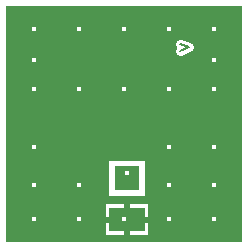
<source format=gbr>
%FSLAX32Y32*%
%MOMM*%
%LNKUPFERSEITE2*%
G71*
G01*
%ADD10C, 1.00*%
%ADD11C, 0.50*%
%ADD12C, 0.76*%
%ADD13C, 0.16*%
%ADD14C, 0.40*%
%LPD*%
G36*
X0Y0D02*
X2000Y0D01*
X2000Y2000D01*
X0Y2000D01*
X0Y0D01*
G37*
%LPC*%
G36*
X1204Y61D02*
X844Y61D01*
X844Y321D01*
X1204Y321D01*
X1204Y61D01*
G37*
G36*
X874Y690D02*
X1174Y690D01*
X1174Y390D01*
X874Y390D01*
X874Y690D01*
G37*
X1024Y587D02*
G54D10*
D03*
G54D11*
X1024Y64D02*
X1024Y318D01*
G54D11*
X849Y183D02*
X1206Y183D01*
G54D12*
X1472Y1618D02*
X1547Y1649D01*
G54D12*
X1472Y1680D02*
X1547Y1649D01*
X238Y1294D02*
G54D10*
D03*
X619Y1294D02*
G54D10*
D03*
X1000Y1294D02*
G54D10*
D03*
X1381Y1294D02*
G54D10*
D03*
X1762Y1294D02*
G54D10*
D03*
X238Y801D02*
G54D10*
D03*
X1381Y801D02*
G54D10*
D03*
X1762Y801D02*
G54D10*
D03*
X238Y1802D02*
G54D10*
D03*
X619Y1802D02*
G54D10*
D03*
X1000Y1802D02*
G54D10*
D03*
X1381Y1802D02*
G54D10*
D03*
X1762Y1802D02*
G54D10*
D03*
X238Y198D02*
G54D10*
D03*
X619Y198D02*
G54D10*
D03*
X1000Y198D02*
G54D10*
D03*
X1381Y198D02*
G54D10*
D03*
X1762Y198D02*
G54D10*
D03*
X238Y484D02*
G54D10*
D03*
X1762Y484D02*
G54D10*
D03*
X1381Y484D02*
G54D10*
D03*
X619Y484D02*
G54D10*
D03*
X238Y1540D02*
G54D10*
D03*
X1762Y1540D02*
G54D10*
D03*
%LPD*%
G36*
X1174Y91D02*
X874Y91D01*
X874Y291D01*
X1174Y291D01*
X1174Y91D01*
G37*
G36*
X924Y640D02*
X1124Y640D01*
X1124Y440D01*
X924Y440D01*
X924Y640D01*
G37*
X1024Y587D02*
G54D10*
D03*
G54D11*
X1024Y64D02*
X1024Y318D01*
G54D11*
X849Y183D02*
X1206Y183D01*
G54D13*
X1472Y1618D02*
X1547Y1649D01*
G54D13*
X1472Y1680D02*
X1547Y1649D01*
X238Y1294D02*
G54D10*
D03*
X619Y1294D02*
G54D10*
D03*
X1000Y1294D02*
G54D10*
D03*
X1381Y1294D02*
G54D10*
D03*
X1762Y1294D02*
G54D10*
D03*
X238Y801D02*
G54D10*
D03*
X1381Y801D02*
G54D10*
D03*
X1762Y801D02*
G54D10*
D03*
X238Y1802D02*
G54D10*
D03*
X619Y1802D02*
G54D10*
D03*
X1000Y1802D02*
G54D10*
D03*
X1381Y1802D02*
G54D10*
D03*
X1762Y1802D02*
G54D10*
D03*
X238Y198D02*
G54D10*
D03*
X619Y198D02*
G54D10*
D03*
X1000Y198D02*
G54D10*
D03*
X1381Y198D02*
G54D10*
D03*
X1762Y198D02*
G54D10*
D03*
X238Y484D02*
G54D10*
D03*
X1762Y484D02*
G54D10*
D03*
X1381Y484D02*
G54D10*
D03*
X619Y484D02*
G54D10*
D03*
X238Y1540D02*
G54D10*
D03*
X1762Y1540D02*
G54D10*
D03*
%LNAUGENFREISTANZEN*%
%LPC*%
X1024Y587D02*
G54D14*
D03*
X238Y1294D02*
G54D14*
D03*
X619Y1294D02*
G54D14*
D03*
X1000Y1294D02*
G54D14*
D03*
X1381Y1294D02*
G54D14*
D03*
X1762Y1294D02*
G54D14*
D03*
X238Y801D02*
G54D14*
D03*
X1381Y801D02*
G54D14*
D03*
X1762Y801D02*
G54D14*
D03*
X238Y1802D02*
G54D14*
D03*
X619Y1802D02*
G54D14*
D03*
X1000Y1802D02*
G54D14*
D03*
X1381Y1802D02*
G54D14*
D03*
X1762Y1802D02*
G54D14*
D03*
X238Y198D02*
G54D14*
D03*
X619Y198D02*
G54D14*
D03*
X1000Y198D02*
G54D14*
D03*
X1381Y198D02*
G54D14*
D03*
X1762Y198D02*
G54D14*
D03*
X238Y484D02*
G54D14*
D03*
X1762Y484D02*
G54D14*
D03*
X1381Y484D02*
G54D14*
D03*
X619Y484D02*
G54D14*
D03*
X238Y1540D02*
G54D14*
D03*
X1762Y1540D02*
G54D14*
D03*
M02*

</source>
